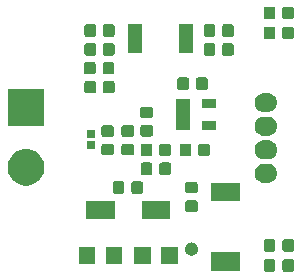
<source format=gts>
G04 #@! TF.GenerationSoftware,KiCad,Pcbnew,(5.1.2)-1*
G04 #@! TF.CreationDate,2021-06-05T09:35:00+09:00*
G04 #@! TF.ProjectId,cs,63732e6b-6963-4616-945f-706362585858,v3.3*
G04 #@! TF.SameCoordinates,Original*
G04 #@! TF.FileFunction,Soldermask,Top*
G04 #@! TF.FilePolarity,Negative*
%FSLAX46Y46*%
G04 Gerber Fmt 4.6, Leading zero omitted, Abs format (unit mm)*
G04 Created by KiCad (PCBNEW (5.1.2)-1) date 2021-06-05 09:35:00*
%MOMM*%
%LPD*%
G04 APERTURE LIST*
%ADD10C,0.100000*%
G04 APERTURE END LIST*
D10*
G36*
X130429591Y-86778085D02*
G01*
X130463569Y-86788393D01*
X130494890Y-86805134D01*
X130522339Y-86827661D01*
X130544866Y-86855110D01*
X130561607Y-86886431D01*
X130571915Y-86920409D01*
X130576000Y-86961890D01*
X130576000Y-87638110D01*
X130571915Y-87679591D01*
X130561607Y-87713569D01*
X130544866Y-87744890D01*
X130522339Y-87772339D01*
X130494890Y-87794866D01*
X130463569Y-87811607D01*
X130429591Y-87821915D01*
X130388110Y-87826000D01*
X129786890Y-87826000D01*
X129745409Y-87821915D01*
X129711431Y-87811607D01*
X129680110Y-87794866D01*
X129652661Y-87772339D01*
X129630134Y-87744890D01*
X129613393Y-87713569D01*
X129603085Y-87679591D01*
X129599000Y-87638110D01*
X129599000Y-86961890D01*
X129603085Y-86920409D01*
X129613393Y-86886431D01*
X129630134Y-86855110D01*
X129652661Y-86827661D01*
X129680110Y-86805134D01*
X129711431Y-86788393D01*
X129745409Y-86778085D01*
X129786890Y-86774000D01*
X130388110Y-86774000D01*
X130429591Y-86778085D01*
X130429591Y-86778085D01*
G37*
G36*
X128854591Y-86778085D02*
G01*
X128888569Y-86788393D01*
X128919890Y-86805134D01*
X128947339Y-86827661D01*
X128969866Y-86855110D01*
X128986607Y-86886431D01*
X128996915Y-86920409D01*
X129001000Y-86961890D01*
X129001000Y-87638110D01*
X128996915Y-87679591D01*
X128986607Y-87713569D01*
X128969866Y-87744890D01*
X128947339Y-87772339D01*
X128919890Y-87794866D01*
X128888569Y-87811607D01*
X128854591Y-87821915D01*
X128813110Y-87826000D01*
X128211890Y-87826000D01*
X128170409Y-87821915D01*
X128136431Y-87811607D01*
X128105110Y-87794866D01*
X128077661Y-87772339D01*
X128055134Y-87744890D01*
X128038393Y-87713569D01*
X128028085Y-87679591D01*
X128024000Y-87638110D01*
X128024000Y-86961890D01*
X128028085Y-86920409D01*
X128038393Y-86886431D01*
X128055134Y-86855110D01*
X128077661Y-86827661D01*
X128105110Y-86805134D01*
X128136431Y-86788393D01*
X128170409Y-86778085D01*
X128211890Y-86774000D01*
X128813110Y-86774000D01*
X128854591Y-86778085D01*
X128854591Y-86778085D01*
G37*
G36*
X126051000Y-87726000D02*
G01*
X123549000Y-87726000D01*
X123549000Y-86174000D01*
X126051000Y-86174000D01*
X126051000Y-87726000D01*
X126051000Y-87726000D01*
G37*
G36*
X120748050Y-87200550D02*
G01*
X119348110Y-87200550D01*
X119348110Y-85699010D01*
X120748050Y-85699010D01*
X120748050Y-87200550D01*
X120748050Y-87200550D01*
G37*
G36*
X118451890Y-87200550D02*
G01*
X117051950Y-87200550D01*
X117051950Y-85699010D01*
X118451890Y-85699010D01*
X118451890Y-87200550D01*
X118451890Y-87200550D01*
G37*
G36*
X116048050Y-87198850D02*
G01*
X114648110Y-87198850D01*
X114648110Y-85697310D01*
X116048050Y-85697310D01*
X116048050Y-87198850D01*
X116048050Y-87198850D01*
G37*
G36*
X113751890Y-87198850D02*
G01*
X112351950Y-87198850D01*
X112351950Y-85697310D01*
X113751890Y-85697310D01*
X113751890Y-87198850D01*
X113751890Y-87198850D01*
G37*
G36*
X122060721Y-85370174D02*
G01*
X122160995Y-85411709D01*
X122160996Y-85411710D01*
X122251242Y-85472010D01*
X122327990Y-85548758D01*
X122327991Y-85548760D01*
X122388291Y-85639005D01*
X122429826Y-85739279D01*
X122451000Y-85845730D01*
X122451000Y-85954270D01*
X122429826Y-86060721D01*
X122388291Y-86160995D01*
X122388290Y-86160996D01*
X122327990Y-86251242D01*
X122251242Y-86327990D01*
X122205812Y-86358345D01*
X122160995Y-86388291D01*
X122060721Y-86429826D01*
X121954270Y-86451000D01*
X121845730Y-86451000D01*
X121739279Y-86429826D01*
X121639005Y-86388291D01*
X121594188Y-86358345D01*
X121548758Y-86327990D01*
X121472010Y-86251242D01*
X121411710Y-86160996D01*
X121411709Y-86160995D01*
X121370174Y-86060721D01*
X121349000Y-85954270D01*
X121349000Y-85845730D01*
X121370174Y-85739279D01*
X121411709Y-85639005D01*
X121472009Y-85548760D01*
X121472010Y-85548758D01*
X121548758Y-85472010D01*
X121639004Y-85411710D01*
X121639005Y-85411709D01*
X121739279Y-85370174D01*
X121845730Y-85349000D01*
X121954270Y-85349000D01*
X122060721Y-85370174D01*
X122060721Y-85370174D01*
G37*
G36*
X128854591Y-85078085D02*
G01*
X128888569Y-85088393D01*
X128919890Y-85105134D01*
X128947339Y-85127661D01*
X128969866Y-85155110D01*
X128986607Y-85186431D01*
X128996915Y-85220409D01*
X129001000Y-85261890D01*
X129001000Y-85938110D01*
X128996915Y-85979591D01*
X128986607Y-86013569D01*
X128969866Y-86044890D01*
X128947339Y-86072339D01*
X128919890Y-86094866D01*
X128888569Y-86111607D01*
X128854591Y-86121915D01*
X128813110Y-86126000D01*
X128211890Y-86126000D01*
X128170409Y-86121915D01*
X128136431Y-86111607D01*
X128105110Y-86094866D01*
X128077661Y-86072339D01*
X128055134Y-86044890D01*
X128038393Y-86013569D01*
X128028085Y-85979591D01*
X128024000Y-85938110D01*
X128024000Y-85261890D01*
X128028085Y-85220409D01*
X128038393Y-85186431D01*
X128055134Y-85155110D01*
X128077661Y-85127661D01*
X128105110Y-85105134D01*
X128136431Y-85088393D01*
X128170409Y-85078085D01*
X128211890Y-85074000D01*
X128813110Y-85074000D01*
X128854591Y-85078085D01*
X128854591Y-85078085D01*
G37*
G36*
X130429591Y-85078085D02*
G01*
X130463569Y-85088393D01*
X130494890Y-85105134D01*
X130522339Y-85127661D01*
X130544866Y-85155110D01*
X130561607Y-85186431D01*
X130571915Y-85220409D01*
X130576000Y-85261890D01*
X130576000Y-85938110D01*
X130571915Y-85979591D01*
X130561607Y-86013569D01*
X130544866Y-86044890D01*
X130522339Y-86072339D01*
X130494890Y-86094866D01*
X130463569Y-86111607D01*
X130429591Y-86121915D01*
X130388110Y-86126000D01*
X129786890Y-86126000D01*
X129745409Y-86121915D01*
X129711431Y-86111607D01*
X129680110Y-86094866D01*
X129652661Y-86072339D01*
X129630134Y-86044890D01*
X129613393Y-86013569D01*
X129603085Y-85979591D01*
X129599000Y-85938110D01*
X129599000Y-85261890D01*
X129603085Y-85220409D01*
X129613393Y-85186431D01*
X129630134Y-85155110D01*
X129652661Y-85127661D01*
X129680110Y-85105134D01*
X129711431Y-85088393D01*
X129745409Y-85078085D01*
X129786890Y-85074000D01*
X130388110Y-85074000D01*
X130429591Y-85078085D01*
X130429591Y-85078085D01*
G37*
G36*
X120100350Y-83401980D02*
G01*
X117699650Y-83401980D01*
X117699650Y-81801380D01*
X120100350Y-81801380D01*
X120100350Y-83401980D01*
X120100350Y-83401980D01*
G37*
G36*
X115400350Y-83400280D02*
G01*
X112999650Y-83400280D01*
X112999650Y-81799680D01*
X115400350Y-81799680D01*
X115400350Y-83400280D01*
X115400350Y-83400280D01*
G37*
G36*
X122279591Y-81790585D02*
G01*
X122313569Y-81800893D01*
X122344890Y-81817634D01*
X122372339Y-81840161D01*
X122394866Y-81867610D01*
X122411607Y-81898931D01*
X122421915Y-81932909D01*
X122426000Y-81974390D01*
X122426000Y-82575610D01*
X122421915Y-82617091D01*
X122411607Y-82651069D01*
X122394866Y-82682390D01*
X122372339Y-82709839D01*
X122344890Y-82732366D01*
X122313569Y-82749107D01*
X122279591Y-82759415D01*
X122238110Y-82763500D01*
X121561890Y-82763500D01*
X121520409Y-82759415D01*
X121486431Y-82749107D01*
X121455110Y-82732366D01*
X121427661Y-82709839D01*
X121405134Y-82682390D01*
X121388393Y-82651069D01*
X121378085Y-82617091D01*
X121374000Y-82575610D01*
X121374000Y-81974390D01*
X121378085Y-81932909D01*
X121388393Y-81898931D01*
X121405134Y-81867610D01*
X121427661Y-81840161D01*
X121455110Y-81817634D01*
X121486431Y-81800893D01*
X121520409Y-81790585D01*
X121561890Y-81786500D01*
X122238110Y-81786500D01*
X122279591Y-81790585D01*
X122279591Y-81790585D01*
G37*
G36*
X126051000Y-81826000D02*
G01*
X123549000Y-81826000D01*
X123549000Y-80274000D01*
X126051000Y-80274000D01*
X126051000Y-81826000D01*
X126051000Y-81826000D01*
G37*
G36*
X116066591Y-80178085D02*
G01*
X116100569Y-80188393D01*
X116131890Y-80205134D01*
X116159339Y-80227661D01*
X116181866Y-80255110D01*
X116198607Y-80286431D01*
X116208915Y-80320409D01*
X116213000Y-80361890D01*
X116213000Y-81038110D01*
X116208915Y-81079591D01*
X116198607Y-81113569D01*
X116181866Y-81144890D01*
X116159339Y-81172339D01*
X116131890Y-81194866D01*
X116100569Y-81211607D01*
X116066591Y-81221915D01*
X116025110Y-81226000D01*
X115423890Y-81226000D01*
X115382409Y-81221915D01*
X115348431Y-81211607D01*
X115317110Y-81194866D01*
X115289661Y-81172339D01*
X115267134Y-81144890D01*
X115250393Y-81113569D01*
X115240085Y-81079591D01*
X115236000Y-81038110D01*
X115236000Y-80361890D01*
X115240085Y-80320409D01*
X115250393Y-80286431D01*
X115267134Y-80255110D01*
X115289661Y-80227661D01*
X115317110Y-80205134D01*
X115348431Y-80188393D01*
X115382409Y-80178085D01*
X115423890Y-80174000D01*
X116025110Y-80174000D01*
X116066591Y-80178085D01*
X116066591Y-80178085D01*
G37*
G36*
X117641591Y-80178085D02*
G01*
X117675569Y-80188393D01*
X117706890Y-80205134D01*
X117734339Y-80227661D01*
X117756866Y-80255110D01*
X117773607Y-80286431D01*
X117783915Y-80320409D01*
X117788000Y-80361890D01*
X117788000Y-81038110D01*
X117783915Y-81079591D01*
X117773607Y-81113569D01*
X117756866Y-81144890D01*
X117734339Y-81172339D01*
X117706890Y-81194866D01*
X117675569Y-81211607D01*
X117641591Y-81221915D01*
X117600110Y-81226000D01*
X116998890Y-81226000D01*
X116957409Y-81221915D01*
X116923431Y-81211607D01*
X116892110Y-81194866D01*
X116864661Y-81172339D01*
X116842134Y-81144890D01*
X116825393Y-81113569D01*
X116815085Y-81079591D01*
X116811000Y-81038110D01*
X116811000Y-80361890D01*
X116815085Y-80320409D01*
X116825393Y-80286431D01*
X116842134Y-80255110D01*
X116864661Y-80227661D01*
X116892110Y-80205134D01*
X116923431Y-80188393D01*
X116957409Y-80178085D01*
X116998890Y-80174000D01*
X117600110Y-80174000D01*
X117641591Y-80178085D01*
X117641591Y-80178085D01*
G37*
G36*
X122279591Y-80215585D02*
G01*
X122313569Y-80225893D01*
X122344890Y-80242634D01*
X122372339Y-80265161D01*
X122394866Y-80292610D01*
X122411607Y-80323931D01*
X122421915Y-80357909D01*
X122426000Y-80399390D01*
X122426000Y-81000610D01*
X122421915Y-81042091D01*
X122411607Y-81076069D01*
X122394866Y-81107390D01*
X122372339Y-81134839D01*
X122344890Y-81157366D01*
X122313569Y-81174107D01*
X122279591Y-81184415D01*
X122238110Y-81188500D01*
X121561890Y-81188500D01*
X121520409Y-81184415D01*
X121486431Y-81174107D01*
X121455110Y-81157366D01*
X121427661Y-81134839D01*
X121405134Y-81107390D01*
X121388393Y-81076069D01*
X121378085Y-81042091D01*
X121374000Y-81000610D01*
X121374000Y-80399390D01*
X121378085Y-80357909D01*
X121388393Y-80323931D01*
X121405134Y-80292610D01*
X121427661Y-80265161D01*
X121455110Y-80242634D01*
X121486431Y-80225893D01*
X121520409Y-80215585D01*
X121561890Y-80211500D01*
X122238110Y-80211500D01*
X122279591Y-80215585D01*
X122279591Y-80215585D01*
G37*
G36*
X108124571Y-77443284D02*
G01*
X108352410Y-77488604D01*
X108634674Y-77605521D01*
X108888705Y-77775259D01*
X109104741Y-77991295D01*
X109274479Y-78245326D01*
X109391396Y-78527590D01*
X109411301Y-78627661D01*
X109451000Y-78827239D01*
X109451000Y-79132761D01*
X109440137Y-79187373D01*
X109391396Y-79432410D01*
X109274479Y-79714674D01*
X109104741Y-79968705D01*
X108888705Y-80184741D01*
X108634674Y-80354479D01*
X108352410Y-80471396D01*
X108202585Y-80501198D01*
X108052761Y-80531000D01*
X107747239Y-80531000D01*
X107597415Y-80501198D01*
X107447590Y-80471396D01*
X107165326Y-80354479D01*
X106911295Y-80184741D01*
X106695259Y-79968705D01*
X106525521Y-79714674D01*
X106408604Y-79432410D01*
X106359863Y-79187373D01*
X106349000Y-79132761D01*
X106349000Y-78827239D01*
X106388699Y-78627661D01*
X106408604Y-78527590D01*
X106525521Y-78245326D01*
X106695259Y-77991295D01*
X106911295Y-77775259D01*
X107165326Y-77605521D01*
X107447590Y-77488604D01*
X107675429Y-77443284D01*
X107747239Y-77429000D01*
X108052761Y-77429000D01*
X108124571Y-77443284D01*
X108124571Y-77443284D01*
G37*
G36*
X128417747Y-78690921D02*
G01*
X128497376Y-78698764D01*
X128650627Y-78745252D01*
X128650630Y-78745253D01*
X128791863Y-78820744D01*
X128915659Y-78922341D01*
X129017256Y-79046137D01*
X129092747Y-79187370D01*
X129092748Y-79187373D01*
X129139236Y-79340624D01*
X129154933Y-79500000D01*
X129139236Y-79659376D01*
X129092748Y-79812627D01*
X129092747Y-79812630D01*
X129017256Y-79953863D01*
X128915659Y-80077659D01*
X128791863Y-80179256D01*
X128650630Y-80254747D01*
X128650627Y-80254748D01*
X128497376Y-80301236D01*
X128417747Y-80309079D01*
X128377934Y-80313000D01*
X128022066Y-80313000D01*
X127982253Y-80309079D01*
X127902624Y-80301236D01*
X127749373Y-80254748D01*
X127749370Y-80254747D01*
X127608137Y-80179256D01*
X127484341Y-80077659D01*
X127382744Y-79953863D01*
X127307253Y-79812630D01*
X127307252Y-79812627D01*
X127260764Y-79659376D01*
X127245067Y-79500000D01*
X127260764Y-79340624D01*
X127307252Y-79187373D01*
X127307253Y-79187370D01*
X127382744Y-79046137D01*
X127484341Y-78922341D01*
X127608137Y-78820744D01*
X127749370Y-78745253D01*
X127749373Y-78745252D01*
X127902624Y-78698764D01*
X127982253Y-78690921D01*
X128022066Y-78687000D01*
X128377934Y-78687000D01*
X128417747Y-78690921D01*
X128417747Y-78690921D01*
G37*
G36*
X118442591Y-78578085D02*
G01*
X118476569Y-78588393D01*
X118507890Y-78605134D01*
X118535339Y-78627661D01*
X118557866Y-78655110D01*
X118574607Y-78686431D01*
X118584915Y-78720409D01*
X118589000Y-78761890D01*
X118589000Y-79438110D01*
X118584915Y-79479591D01*
X118574607Y-79513569D01*
X118557866Y-79544890D01*
X118535339Y-79572339D01*
X118507890Y-79594866D01*
X118476569Y-79611607D01*
X118442591Y-79621915D01*
X118401110Y-79626000D01*
X117799890Y-79626000D01*
X117758409Y-79621915D01*
X117724431Y-79611607D01*
X117693110Y-79594866D01*
X117665661Y-79572339D01*
X117643134Y-79544890D01*
X117626393Y-79513569D01*
X117616085Y-79479591D01*
X117612000Y-79438110D01*
X117612000Y-78761890D01*
X117616085Y-78720409D01*
X117626393Y-78686431D01*
X117643134Y-78655110D01*
X117665661Y-78627661D01*
X117693110Y-78605134D01*
X117724431Y-78588393D01*
X117758409Y-78578085D01*
X117799890Y-78574000D01*
X118401110Y-78574000D01*
X118442591Y-78578085D01*
X118442591Y-78578085D01*
G37*
G36*
X120017591Y-78578085D02*
G01*
X120051569Y-78588393D01*
X120082890Y-78605134D01*
X120110339Y-78627661D01*
X120132866Y-78655110D01*
X120149607Y-78686431D01*
X120159915Y-78720409D01*
X120164000Y-78761890D01*
X120164000Y-79438110D01*
X120159915Y-79479591D01*
X120149607Y-79513569D01*
X120132866Y-79544890D01*
X120110339Y-79572339D01*
X120082890Y-79594866D01*
X120051569Y-79611607D01*
X120017591Y-79621915D01*
X119976110Y-79626000D01*
X119374890Y-79626000D01*
X119333409Y-79621915D01*
X119299431Y-79611607D01*
X119268110Y-79594866D01*
X119240661Y-79572339D01*
X119218134Y-79544890D01*
X119201393Y-79513569D01*
X119191085Y-79479591D01*
X119187000Y-79438110D01*
X119187000Y-78761890D01*
X119191085Y-78720409D01*
X119201393Y-78686431D01*
X119218134Y-78655110D01*
X119240661Y-78627661D01*
X119268110Y-78605134D01*
X119299431Y-78588393D01*
X119333409Y-78578085D01*
X119374890Y-78574000D01*
X119976110Y-78574000D01*
X120017591Y-78578085D01*
X120017591Y-78578085D01*
G37*
G36*
X128417747Y-76690921D02*
G01*
X128497376Y-76698764D01*
X128650627Y-76745252D01*
X128650630Y-76745253D01*
X128791863Y-76820744D01*
X128915659Y-76922341D01*
X129017256Y-77046137D01*
X129092747Y-77187370D01*
X129092748Y-77187373D01*
X129139236Y-77340624D01*
X129154933Y-77500000D01*
X129139236Y-77659376D01*
X129104083Y-77775259D01*
X129092747Y-77812630D01*
X129017256Y-77953863D01*
X128915659Y-78077659D01*
X128791863Y-78179256D01*
X128650630Y-78254747D01*
X128650627Y-78254748D01*
X128497376Y-78301236D01*
X128417747Y-78309079D01*
X128377934Y-78313000D01*
X128022066Y-78313000D01*
X127982253Y-78309079D01*
X127902624Y-78301236D01*
X127749373Y-78254748D01*
X127749370Y-78254747D01*
X127608137Y-78179256D01*
X127484341Y-78077659D01*
X127382744Y-77953863D01*
X127307253Y-77812630D01*
X127295917Y-77775259D01*
X127260764Y-77659376D01*
X127245067Y-77500000D01*
X127260764Y-77340624D01*
X127307252Y-77187373D01*
X127307253Y-77187370D01*
X127382744Y-77046137D01*
X127484341Y-76922341D01*
X127608137Y-76820744D01*
X127749370Y-76745253D01*
X127749373Y-76745252D01*
X127902624Y-76698764D01*
X127982253Y-76690921D01*
X128022066Y-76687000D01*
X128377934Y-76687000D01*
X128417747Y-76690921D01*
X128417747Y-76690921D01*
G37*
G36*
X120017591Y-76978085D02*
G01*
X120051569Y-76988393D01*
X120082890Y-77005134D01*
X120110339Y-77027661D01*
X120132866Y-77055110D01*
X120149607Y-77086431D01*
X120159915Y-77120409D01*
X120164000Y-77161890D01*
X120164000Y-77838110D01*
X120159915Y-77879591D01*
X120149607Y-77913569D01*
X120132866Y-77944890D01*
X120110339Y-77972339D01*
X120082890Y-77994866D01*
X120051569Y-78011607D01*
X120017591Y-78021915D01*
X119976110Y-78026000D01*
X119374890Y-78026000D01*
X119333409Y-78021915D01*
X119299431Y-78011607D01*
X119268110Y-77994866D01*
X119240661Y-77972339D01*
X119218134Y-77944890D01*
X119201393Y-77913569D01*
X119191085Y-77879591D01*
X119187000Y-77838110D01*
X119187000Y-77161890D01*
X119191085Y-77120409D01*
X119201393Y-77086431D01*
X119218134Y-77055110D01*
X119240661Y-77027661D01*
X119268110Y-77005134D01*
X119299431Y-76988393D01*
X119333409Y-76978085D01*
X119374890Y-76974000D01*
X119976110Y-76974000D01*
X120017591Y-76978085D01*
X120017591Y-76978085D01*
G37*
G36*
X121742591Y-76978085D02*
G01*
X121776569Y-76988393D01*
X121807890Y-77005134D01*
X121835339Y-77027661D01*
X121857866Y-77055110D01*
X121874607Y-77086431D01*
X121884915Y-77120409D01*
X121889000Y-77161890D01*
X121889000Y-77838110D01*
X121884915Y-77879591D01*
X121874607Y-77913569D01*
X121857866Y-77944890D01*
X121835339Y-77972339D01*
X121807890Y-77994866D01*
X121776569Y-78011607D01*
X121742591Y-78021915D01*
X121701110Y-78026000D01*
X121099890Y-78026000D01*
X121058409Y-78021915D01*
X121024431Y-78011607D01*
X120993110Y-77994866D01*
X120965661Y-77972339D01*
X120943134Y-77944890D01*
X120926393Y-77913569D01*
X120916085Y-77879591D01*
X120912000Y-77838110D01*
X120912000Y-77161890D01*
X120916085Y-77120409D01*
X120926393Y-77086431D01*
X120943134Y-77055110D01*
X120965661Y-77027661D01*
X120993110Y-77005134D01*
X121024431Y-76988393D01*
X121058409Y-76978085D01*
X121099890Y-76974000D01*
X121701110Y-76974000D01*
X121742591Y-76978085D01*
X121742591Y-76978085D01*
G37*
G36*
X123317591Y-76978085D02*
G01*
X123351569Y-76988393D01*
X123382890Y-77005134D01*
X123410339Y-77027661D01*
X123432866Y-77055110D01*
X123449607Y-77086431D01*
X123459915Y-77120409D01*
X123464000Y-77161890D01*
X123464000Y-77838110D01*
X123459915Y-77879591D01*
X123449607Y-77913569D01*
X123432866Y-77944890D01*
X123410339Y-77972339D01*
X123382890Y-77994866D01*
X123351569Y-78011607D01*
X123317591Y-78021915D01*
X123276110Y-78026000D01*
X122674890Y-78026000D01*
X122633409Y-78021915D01*
X122599431Y-78011607D01*
X122568110Y-77994866D01*
X122540661Y-77972339D01*
X122518134Y-77944890D01*
X122501393Y-77913569D01*
X122491085Y-77879591D01*
X122487000Y-77838110D01*
X122487000Y-77161890D01*
X122491085Y-77120409D01*
X122501393Y-77086431D01*
X122518134Y-77055110D01*
X122540661Y-77027661D01*
X122568110Y-77005134D01*
X122599431Y-76988393D01*
X122633409Y-76978085D01*
X122674890Y-76974000D01*
X123276110Y-76974000D01*
X123317591Y-76978085D01*
X123317591Y-76978085D01*
G37*
G36*
X118442591Y-76978085D02*
G01*
X118476569Y-76988393D01*
X118507890Y-77005134D01*
X118535339Y-77027661D01*
X118557866Y-77055110D01*
X118574607Y-77086431D01*
X118584915Y-77120409D01*
X118589000Y-77161890D01*
X118589000Y-77838110D01*
X118584915Y-77879591D01*
X118574607Y-77913569D01*
X118557866Y-77944890D01*
X118535339Y-77972339D01*
X118507890Y-77994866D01*
X118476569Y-78011607D01*
X118442591Y-78021915D01*
X118401110Y-78026000D01*
X117799890Y-78026000D01*
X117758409Y-78021915D01*
X117724431Y-78011607D01*
X117693110Y-77994866D01*
X117665661Y-77972339D01*
X117643134Y-77944890D01*
X117626393Y-77913569D01*
X117616085Y-77879591D01*
X117612000Y-77838110D01*
X117612000Y-77161890D01*
X117616085Y-77120409D01*
X117626393Y-77086431D01*
X117643134Y-77055110D01*
X117665661Y-77027661D01*
X117693110Y-77005134D01*
X117724431Y-76988393D01*
X117758409Y-76978085D01*
X117799890Y-76974000D01*
X118401110Y-76974000D01*
X118442591Y-76978085D01*
X118442591Y-76978085D01*
G37*
G36*
X115179591Y-77003085D02*
G01*
X115213569Y-77013393D01*
X115244890Y-77030134D01*
X115272339Y-77052661D01*
X115294866Y-77080110D01*
X115311607Y-77111431D01*
X115321915Y-77145409D01*
X115326000Y-77186890D01*
X115326000Y-77788110D01*
X115321915Y-77829591D01*
X115311607Y-77863569D01*
X115294866Y-77894890D01*
X115272339Y-77922339D01*
X115244890Y-77944866D01*
X115213569Y-77961607D01*
X115179591Y-77971915D01*
X115138110Y-77976000D01*
X114461890Y-77976000D01*
X114420409Y-77971915D01*
X114386431Y-77961607D01*
X114355110Y-77944866D01*
X114327661Y-77922339D01*
X114305134Y-77894890D01*
X114288393Y-77863569D01*
X114278085Y-77829591D01*
X114274000Y-77788110D01*
X114274000Y-77186890D01*
X114278085Y-77145409D01*
X114288393Y-77111431D01*
X114305134Y-77080110D01*
X114327661Y-77052661D01*
X114355110Y-77030134D01*
X114386431Y-77013393D01*
X114420409Y-77003085D01*
X114461890Y-76999000D01*
X115138110Y-76999000D01*
X115179591Y-77003085D01*
X115179591Y-77003085D01*
G37*
G36*
X116879591Y-77003085D02*
G01*
X116913569Y-77013393D01*
X116944890Y-77030134D01*
X116972339Y-77052661D01*
X116994866Y-77080110D01*
X117011607Y-77111431D01*
X117021915Y-77145409D01*
X117026000Y-77186890D01*
X117026000Y-77788110D01*
X117021915Y-77829591D01*
X117011607Y-77863569D01*
X116994866Y-77894890D01*
X116972339Y-77922339D01*
X116944890Y-77944866D01*
X116913569Y-77961607D01*
X116879591Y-77971915D01*
X116838110Y-77976000D01*
X116161890Y-77976000D01*
X116120409Y-77971915D01*
X116086431Y-77961607D01*
X116055110Y-77944866D01*
X116027661Y-77922339D01*
X116005134Y-77894890D01*
X115988393Y-77863569D01*
X115978085Y-77829591D01*
X115974000Y-77788110D01*
X115974000Y-77186890D01*
X115978085Y-77145409D01*
X115988393Y-77111431D01*
X116005134Y-77080110D01*
X116027661Y-77052661D01*
X116055110Y-77030134D01*
X116086431Y-77013393D01*
X116120409Y-77003085D01*
X116161890Y-76999000D01*
X116838110Y-76999000D01*
X116879591Y-77003085D01*
X116879591Y-77003085D01*
G37*
G36*
X113681938Y-76756716D02*
G01*
X113702557Y-76762971D01*
X113721553Y-76773124D01*
X113738208Y-76786792D01*
X113751876Y-76803447D01*
X113762029Y-76822443D01*
X113768284Y-76843062D01*
X113771000Y-76870640D01*
X113771000Y-77329360D01*
X113768284Y-77356938D01*
X113762029Y-77377557D01*
X113751876Y-77396553D01*
X113738208Y-77413208D01*
X113721553Y-77426876D01*
X113702557Y-77437029D01*
X113681938Y-77443284D01*
X113654360Y-77446000D01*
X113145640Y-77446000D01*
X113118062Y-77443284D01*
X113097443Y-77437029D01*
X113078447Y-77426876D01*
X113061792Y-77413208D01*
X113048124Y-77396553D01*
X113037971Y-77377557D01*
X113031716Y-77356938D01*
X113029000Y-77329360D01*
X113029000Y-76870640D01*
X113031716Y-76843062D01*
X113037971Y-76822443D01*
X113048124Y-76803447D01*
X113061792Y-76786792D01*
X113078447Y-76773124D01*
X113097443Y-76762971D01*
X113118062Y-76756716D01*
X113145640Y-76754000D01*
X113654360Y-76754000D01*
X113681938Y-76756716D01*
X113681938Y-76756716D01*
G37*
G36*
X113681938Y-75786716D02*
G01*
X113702557Y-75792971D01*
X113721553Y-75803124D01*
X113738208Y-75816792D01*
X113751876Y-75833447D01*
X113762029Y-75852443D01*
X113768284Y-75873062D01*
X113771000Y-75900640D01*
X113771000Y-76359360D01*
X113768284Y-76386938D01*
X113762029Y-76407557D01*
X113751876Y-76426553D01*
X113738208Y-76443208D01*
X113721553Y-76456876D01*
X113702557Y-76467029D01*
X113681938Y-76473284D01*
X113654360Y-76476000D01*
X113145640Y-76476000D01*
X113118062Y-76473284D01*
X113097443Y-76467029D01*
X113078447Y-76456876D01*
X113061792Y-76443208D01*
X113048124Y-76426553D01*
X113037971Y-76407557D01*
X113031716Y-76386938D01*
X113029000Y-76359360D01*
X113029000Y-75900640D01*
X113031716Y-75873062D01*
X113037971Y-75852443D01*
X113048124Y-75833447D01*
X113061792Y-75816792D01*
X113078447Y-75803124D01*
X113097443Y-75792971D01*
X113118062Y-75786716D01*
X113145640Y-75784000D01*
X113654360Y-75784000D01*
X113681938Y-75786716D01*
X113681938Y-75786716D01*
G37*
G36*
X116879591Y-75428085D02*
G01*
X116913569Y-75438393D01*
X116944890Y-75455134D01*
X116972339Y-75477661D01*
X116994866Y-75505110D01*
X117011607Y-75536431D01*
X117021915Y-75570409D01*
X117026000Y-75611890D01*
X117026000Y-76213110D01*
X117021915Y-76254591D01*
X117011607Y-76288569D01*
X116994866Y-76319890D01*
X116972339Y-76347339D01*
X116944890Y-76369866D01*
X116913569Y-76386607D01*
X116879591Y-76396915D01*
X116838110Y-76401000D01*
X116161890Y-76401000D01*
X116120409Y-76396915D01*
X116086431Y-76386607D01*
X116055110Y-76369866D01*
X116027661Y-76347339D01*
X116005134Y-76319890D01*
X115988393Y-76288569D01*
X115978085Y-76254591D01*
X115974000Y-76213110D01*
X115974000Y-75611890D01*
X115978085Y-75570409D01*
X115988393Y-75536431D01*
X116005134Y-75505110D01*
X116027661Y-75477661D01*
X116055110Y-75455134D01*
X116086431Y-75438393D01*
X116120409Y-75428085D01*
X116161890Y-75424000D01*
X116838110Y-75424000D01*
X116879591Y-75428085D01*
X116879591Y-75428085D01*
G37*
G36*
X115179591Y-75428085D02*
G01*
X115213569Y-75438393D01*
X115244890Y-75455134D01*
X115272339Y-75477661D01*
X115294866Y-75505110D01*
X115311607Y-75536431D01*
X115321915Y-75570409D01*
X115326000Y-75611890D01*
X115326000Y-76213110D01*
X115321915Y-76254591D01*
X115311607Y-76288569D01*
X115294866Y-76319890D01*
X115272339Y-76347339D01*
X115244890Y-76369866D01*
X115213569Y-76386607D01*
X115179591Y-76396915D01*
X115138110Y-76401000D01*
X114461890Y-76401000D01*
X114420409Y-76396915D01*
X114386431Y-76386607D01*
X114355110Y-76369866D01*
X114327661Y-76347339D01*
X114305134Y-76319890D01*
X114288393Y-76288569D01*
X114278085Y-76254591D01*
X114274000Y-76213110D01*
X114274000Y-75611890D01*
X114278085Y-75570409D01*
X114288393Y-75536431D01*
X114305134Y-75505110D01*
X114327661Y-75477661D01*
X114355110Y-75455134D01*
X114386431Y-75438393D01*
X114420409Y-75428085D01*
X114461890Y-75424000D01*
X115138110Y-75424000D01*
X115179591Y-75428085D01*
X115179591Y-75428085D01*
G37*
G36*
X118479591Y-75415585D02*
G01*
X118513569Y-75425893D01*
X118544890Y-75442634D01*
X118572339Y-75465161D01*
X118594866Y-75492610D01*
X118611607Y-75523931D01*
X118621915Y-75557909D01*
X118626000Y-75599390D01*
X118626000Y-76200610D01*
X118621915Y-76242091D01*
X118611607Y-76276069D01*
X118594866Y-76307390D01*
X118572339Y-76334839D01*
X118544890Y-76357366D01*
X118513569Y-76374107D01*
X118479591Y-76384415D01*
X118438110Y-76388500D01*
X117761890Y-76388500D01*
X117720409Y-76384415D01*
X117686431Y-76374107D01*
X117655110Y-76357366D01*
X117627661Y-76334839D01*
X117605134Y-76307390D01*
X117588393Y-76276069D01*
X117578085Y-76242091D01*
X117574000Y-76200610D01*
X117574000Y-75599390D01*
X117578085Y-75557909D01*
X117588393Y-75523931D01*
X117605134Y-75492610D01*
X117627661Y-75465161D01*
X117655110Y-75442634D01*
X117686431Y-75425893D01*
X117720409Y-75415585D01*
X117761890Y-75411500D01*
X118438110Y-75411500D01*
X118479591Y-75415585D01*
X118479591Y-75415585D01*
G37*
G36*
X128417747Y-74690921D02*
G01*
X128497376Y-74698764D01*
X128639778Y-74741961D01*
X128650630Y-74745253D01*
X128791863Y-74820744D01*
X128915659Y-74922341D01*
X129017256Y-75046137D01*
X129092747Y-75187370D01*
X129092748Y-75187373D01*
X129139236Y-75340624D01*
X129154933Y-75500000D01*
X129139236Y-75659376D01*
X129097437Y-75797169D01*
X129092747Y-75812630D01*
X129017256Y-75953863D01*
X128915659Y-76077659D01*
X128791863Y-76179256D01*
X128650630Y-76254747D01*
X128650627Y-76254748D01*
X128497376Y-76301236D01*
X128417747Y-76309079D01*
X128377934Y-76313000D01*
X128022066Y-76313000D01*
X127982253Y-76309079D01*
X127902624Y-76301236D01*
X127749373Y-76254748D01*
X127749370Y-76254747D01*
X127608137Y-76179256D01*
X127484341Y-76077659D01*
X127382744Y-75953863D01*
X127307253Y-75812630D01*
X127302563Y-75797169D01*
X127260764Y-75659376D01*
X127245067Y-75500000D01*
X127260764Y-75340624D01*
X127307252Y-75187373D01*
X127307253Y-75187370D01*
X127382744Y-75046137D01*
X127484341Y-74922341D01*
X127608137Y-74820744D01*
X127749370Y-74745253D01*
X127760222Y-74741961D01*
X127902624Y-74698764D01*
X127982253Y-74690921D01*
X128022066Y-74687000D01*
X128377934Y-74687000D01*
X128417747Y-74690921D01*
X128417747Y-74690921D01*
G37*
G36*
X121781000Y-75826000D02*
G01*
X120619000Y-75826000D01*
X120619000Y-73174000D01*
X121781000Y-73174000D01*
X121781000Y-75826000D01*
X121781000Y-75826000D01*
G37*
G36*
X123981000Y-75826000D02*
G01*
X122819000Y-75826000D01*
X122819000Y-75074000D01*
X123981000Y-75074000D01*
X123981000Y-75826000D01*
X123981000Y-75826000D01*
G37*
G36*
X109451000Y-75451000D02*
G01*
X106349000Y-75451000D01*
X106349000Y-72349000D01*
X109451000Y-72349000D01*
X109451000Y-75451000D01*
X109451000Y-75451000D01*
G37*
G36*
X118479591Y-73840585D02*
G01*
X118513569Y-73850893D01*
X118544890Y-73867634D01*
X118572339Y-73890161D01*
X118594866Y-73917610D01*
X118611607Y-73948931D01*
X118621915Y-73982909D01*
X118626000Y-74024390D01*
X118626000Y-74625610D01*
X118621915Y-74667091D01*
X118611607Y-74701069D01*
X118594866Y-74732390D01*
X118572339Y-74759839D01*
X118544890Y-74782366D01*
X118513569Y-74799107D01*
X118479591Y-74809415D01*
X118438110Y-74813500D01*
X117761890Y-74813500D01*
X117720409Y-74809415D01*
X117686431Y-74799107D01*
X117655110Y-74782366D01*
X117627661Y-74759839D01*
X117605134Y-74732390D01*
X117588393Y-74701069D01*
X117578085Y-74667091D01*
X117574000Y-74625610D01*
X117574000Y-74024390D01*
X117578085Y-73982909D01*
X117588393Y-73948931D01*
X117605134Y-73917610D01*
X117627661Y-73890161D01*
X117655110Y-73867634D01*
X117686431Y-73850893D01*
X117720409Y-73840585D01*
X117761890Y-73836500D01*
X118438110Y-73836500D01*
X118479591Y-73840585D01*
X118479591Y-73840585D01*
G37*
G36*
X128417747Y-72690921D02*
G01*
X128497376Y-72698764D01*
X128650627Y-72745252D01*
X128650630Y-72745253D01*
X128791863Y-72820744D01*
X128915659Y-72922341D01*
X129017256Y-73046137D01*
X129092747Y-73187370D01*
X129092748Y-73187373D01*
X129139236Y-73340624D01*
X129154933Y-73500000D01*
X129139236Y-73659376D01*
X129092748Y-73812627D01*
X129092747Y-73812630D01*
X129017256Y-73953863D01*
X128915659Y-74077659D01*
X128791863Y-74179256D01*
X128650630Y-74254747D01*
X128650627Y-74254748D01*
X128497376Y-74301236D01*
X128417747Y-74309079D01*
X128377934Y-74313000D01*
X128022066Y-74313000D01*
X127982253Y-74309079D01*
X127902624Y-74301236D01*
X127749373Y-74254748D01*
X127749370Y-74254747D01*
X127608137Y-74179256D01*
X127484341Y-74077659D01*
X127382744Y-73953863D01*
X127307253Y-73812630D01*
X127307252Y-73812627D01*
X127260764Y-73659376D01*
X127245067Y-73500000D01*
X127260764Y-73340624D01*
X127307252Y-73187373D01*
X127307253Y-73187370D01*
X127382744Y-73046137D01*
X127484341Y-72922341D01*
X127608137Y-72820744D01*
X127749370Y-72745253D01*
X127749373Y-72745252D01*
X127902624Y-72698764D01*
X127982253Y-72690921D01*
X128022066Y-72687000D01*
X128377934Y-72687000D01*
X128417747Y-72690921D01*
X128417747Y-72690921D01*
G37*
G36*
X123981000Y-73926000D02*
G01*
X122819000Y-73926000D01*
X122819000Y-73174000D01*
X123981000Y-73174000D01*
X123981000Y-73926000D01*
X123981000Y-73926000D01*
G37*
G36*
X115241591Y-71678085D02*
G01*
X115275569Y-71688393D01*
X115306890Y-71705134D01*
X115334339Y-71727661D01*
X115356866Y-71755110D01*
X115373607Y-71786431D01*
X115383915Y-71820409D01*
X115388000Y-71861890D01*
X115388000Y-72538110D01*
X115383915Y-72579591D01*
X115373607Y-72613569D01*
X115356866Y-72644890D01*
X115334339Y-72672339D01*
X115306890Y-72694866D01*
X115275569Y-72711607D01*
X115241591Y-72721915D01*
X115200110Y-72726000D01*
X114598890Y-72726000D01*
X114557409Y-72721915D01*
X114523431Y-72711607D01*
X114492110Y-72694866D01*
X114464661Y-72672339D01*
X114442134Y-72644890D01*
X114425393Y-72613569D01*
X114415085Y-72579591D01*
X114411000Y-72538110D01*
X114411000Y-71861890D01*
X114415085Y-71820409D01*
X114425393Y-71786431D01*
X114442134Y-71755110D01*
X114464661Y-71727661D01*
X114492110Y-71705134D01*
X114523431Y-71688393D01*
X114557409Y-71678085D01*
X114598890Y-71674000D01*
X115200110Y-71674000D01*
X115241591Y-71678085D01*
X115241591Y-71678085D01*
G37*
G36*
X113666591Y-71678085D02*
G01*
X113700569Y-71688393D01*
X113731890Y-71705134D01*
X113759339Y-71727661D01*
X113781866Y-71755110D01*
X113798607Y-71786431D01*
X113808915Y-71820409D01*
X113813000Y-71861890D01*
X113813000Y-72538110D01*
X113808915Y-72579591D01*
X113798607Y-72613569D01*
X113781866Y-72644890D01*
X113759339Y-72672339D01*
X113731890Y-72694866D01*
X113700569Y-72711607D01*
X113666591Y-72721915D01*
X113625110Y-72726000D01*
X113023890Y-72726000D01*
X112982409Y-72721915D01*
X112948431Y-72711607D01*
X112917110Y-72694866D01*
X112889661Y-72672339D01*
X112867134Y-72644890D01*
X112850393Y-72613569D01*
X112840085Y-72579591D01*
X112836000Y-72538110D01*
X112836000Y-71861890D01*
X112840085Y-71820409D01*
X112850393Y-71786431D01*
X112867134Y-71755110D01*
X112889661Y-71727661D01*
X112917110Y-71705134D01*
X112948431Y-71688393D01*
X112982409Y-71678085D01*
X113023890Y-71674000D01*
X113625110Y-71674000D01*
X113666591Y-71678085D01*
X113666591Y-71678085D01*
G37*
G36*
X121542591Y-71378085D02*
G01*
X121576569Y-71388393D01*
X121607890Y-71405134D01*
X121635339Y-71427661D01*
X121657866Y-71455110D01*
X121674607Y-71486431D01*
X121684915Y-71520409D01*
X121689000Y-71561890D01*
X121689000Y-72238110D01*
X121684915Y-72279591D01*
X121674607Y-72313569D01*
X121657866Y-72344890D01*
X121635339Y-72372339D01*
X121607890Y-72394866D01*
X121576569Y-72411607D01*
X121542591Y-72421915D01*
X121501110Y-72426000D01*
X120899890Y-72426000D01*
X120858409Y-72421915D01*
X120824431Y-72411607D01*
X120793110Y-72394866D01*
X120765661Y-72372339D01*
X120743134Y-72344890D01*
X120726393Y-72313569D01*
X120716085Y-72279591D01*
X120712000Y-72238110D01*
X120712000Y-71561890D01*
X120716085Y-71520409D01*
X120726393Y-71486431D01*
X120743134Y-71455110D01*
X120765661Y-71427661D01*
X120793110Y-71405134D01*
X120824431Y-71388393D01*
X120858409Y-71378085D01*
X120899890Y-71374000D01*
X121501110Y-71374000D01*
X121542591Y-71378085D01*
X121542591Y-71378085D01*
G37*
G36*
X123117591Y-71378085D02*
G01*
X123151569Y-71388393D01*
X123182890Y-71405134D01*
X123210339Y-71427661D01*
X123232866Y-71455110D01*
X123249607Y-71486431D01*
X123259915Y-71520409D01*
X123264000Y-71561890D01*
X123264000Y-72238110D01*
X123259915Y-72279591D01*
X123249607Y-72313569D01*
X123232866Y-72344890D01*
X123210339Y-72372339D01*
X123182890Y-72394866D01*
X123151569Y-72411607D01*
X123117591Y-72421915D01*
X123076110Y-72426000D01*
X122474890Y-72426000D01*
X122433409Y-72421915D01*
X122399431Y-72411607D01*
X122368110Y-72394866D01*
X122340661Y-72372339D01*
X122318134Y-72344890D01*
X122301393Y-72313569D01*
X122291085Y-72279591D01*
X122287000Y-72238110D01*
X122287000Y-71561890D01*
X122291085Y-71520409D01*
X122301393Y-71486431D01*
X122318134Y-71455110D01*
X122340661Y-71427661D01*
X122368110Y-71405134D01*
X122399431Y-71388393D01*
X122433409Y-71378085D01*
X122474890Y-71374000D01*
X123076110Y-71374000D01*
X123117591Y-71378085D01*
X123117591Y-71378085D01*
G37*
G36*
X115217591Y-70078085D02*
G01*
X115251569Y-70088393D01*
X115282890Y-70105134D01*
X115310339Y-70127661D01*
X115332866Y-70155110D01*
X115349607Y-70186431D01*
X115359915Y-70220409D01*
X115364000Y-70261890D01*
X115364000Y-70938110D01*
X115359915Y-70979591D01*
X115349607Y-71013569D01*
X115332866Y-71044890D01*
X115310339Y-71072339D01*
X115282890Y-71094866D01*
X115251569Y-71111607D01*
X115217591Y-71121915D01*
X115176110Y-71126000D01*
X114574890Y-71126000D01*
X114533409Y-71121915D01*
X114499431Y-71111607D01*
X114468110Y-71094866D01*
X114440661Y-71072339D01*
X114418134Y-71044890D01*
X114401393Y-71013569D01*
X114391085Y-70979591D01*
X114387000Y-70938110D01*
X114387000Y-70261890D01*
X114391085Y-70220409D01*
X114401393Y-70186431D01*
X114418134Y-70155110D01*
X114440661Y-70127661D01*
X114468110Y-70105134D01*
X114499431Y-70088393D01*
X114533409Y-70078085D01*
X114574890Y-70074000D01*
X115176110Y-70074000D01*
X115217591Y-70078085D01*
X115217591Y-70078085D01*
G37*
G36*
X113642591Y-70078085D02*
G01*
X113676569Y-70088393D01*
X113707890Y-70105134D01*
X113735339Y-70127661D01*
X113757866Y-70155110D01*
X113774607Y-70186431D01*
X113784915Y-70220409D01*
X113789000Y-70261890D01*
X113789000Y-70938110D01*
X113784915Y-70979591D01*
X113774607Y-71013569D01*
X113757866Y-71044890D01*
X113735339Y-71072339D01*
X113707890Y-71094866D01*
X113676569Y-71111607D01*
X113642591Y-71121915D01*
X113601110Y-71126000D01*
X112999890Y-71126000D01*
X112958409Y-71121915D01*
X112924431Y-71111607D01*
X112893110Y-71094866D01*
X112865661Y-71072339D01*
X112843134Y-71044890D01*
X112826393Y-71013569D01*
X112816085Y-70979591D01*
X112812000Y-70938110D01*
X112812000Y-70261890D01*
X112816085Y-70220409D01*
X112826393Y-70186431D01*
X112843134Y-70155110D01*
X112865661Y-70127661D01*
X112893110Y-70105134D01*
X112924431Y-70088393D01*
X112958409Y-70078085D01*
X112999890Y-70074000D01*
X113601110Y-70074000D01*
X113642591Y-70078085D01*
X113642591Y-70078085D01*
G37*
G36*
X123754591Y-68478085D02*
G01*
X123788569Y-68488393D01*
X123819890Y-68505134D01*
X123847339Y-68527661D01*
X123869866Y-68555110D01*
X123886607Y-68586431D01*
X123896915Y-68620409D01*
X123901000Y-68661890D01*
X123901000Y-69338110D01*
X123896915Y-69379591D01*
X123886607Y-69413569D01*
X123869866Y-69444890D01*
X123847339Y-69472339D01*
X123819890Y-69494866D01*
X123788569Y-69511607D01*
X123754591Y-69521915D01*
X123713110Y-69526000D01*
X123111890Y-69526000D01*
X123070409Y-69521915D01*
X123036431Y-69511607D01*
X123005110Y-69494866D01*
X122977661Y-69472339D01*
X122955134Y-69444890D01*
X122938393Y-69413569D01*
X122928085Y-69379591D01*
X122924000Y-69338110D01*
X122924000Y-68661890D01*
X122928085Y-68620409D01*
X122938393Y-68586431D01*
X122955134Y-68555110D01*
X122977661Y-68527661D01*
X123005110Y-68505134D01*
X123036431Y-68488393D01*
X123070409Y-68478085D01*
X123111890Y-68474000D01*
X123713110Y-68474000D01*
X123754591Y-68478085D01*
X123754591Y-68478085D01*
G37*
G36*
X125329591Y-68478085D02*
G01*
X125363569Y-68488393D01*
X125394890Y-68505134D01*
X125422339Y-68527661D01*
X125444866Y-68555110D01*
X125461607Y-68586431D01*
X125471915Y-68620409D01*
X125476000Y-68661890D01*
X125476000Y-69338110D01*
X125471915Y-69379591D01*
X125461607Y-69413569D01*
X125444866Y-69444890D01*
X125422339Y-69472339D01*
X125394890Y-69494866D01*
X125363569Y-69511607D01*
X125329591Y-69521915D01*
X125288110Y-69526000D01*
X124686890Y-69526000D01*
X124645409Y-69521915D01*
X124611431Y-69511607D01*
X124580110Y-69494866D01*
X124552661Y-69472339D01*
X124530134Y-69444890D01*
X124513393Y-69413569D01*
X124503085Y-69379591D01*
X124499000Y-69338110D01*
X124499000Y-68661890D01*
X124503085Y-68620409D01*
X124513393Y-68586431D01*
X124530134Y-68555110D01*
X124552661Y-68527661D01*
X124580110Y-68505134D01*
X124611431Y-68488393D01*
X124645409Y-68478085D01*
X124686890Y-68474000D01*
X125288110Y-68474000D01*
X125329591Y-68478085D01*
X125329591Y-68478085D01*
G37*
G36*
X115241591Y-68478085D02*
G01*
X115275569Y-68488393D01*
X115306890Y-68505134D01*
X115334339Y-68527661D01*
X115356866Y-68555110D01*
X115373607Y-68586431D01*
X115383915Y-68620409D01*
X115388000Y-68661890D01*
X115388000Y-69338110D01*
X115383915Y-69379591D01*
X115373607Y-69413569D01*
X115356866Y-69444890D01*
X115334339Y-69472339D01*
X115306890Y-69494866D01*
X115275569Y-69511607D01*
X115241591Y-69521915D01*
X115200110Y-69526000D01*
X114598890Y-69526000D01*
X114557409Y-69521915D01*
X114523431Y-69511607D01*
X114492110Y-69494866D01*
X114464661Y-69472339D01*
X114442134Y-69444890D01*
X114425393Y-69413569D01*
X114415085Y-69379591D01*
X114411000Y-69338110D01*
X114411000Y-68661890D01*
X114415085Y-68620409D01*
X114425393Y-68586431D01*
X114442134Y-68555110D01*
X114464661Y-68527661D01*
X114492110Y-68505134D01*
X114523431Y-68488393D01*
X114557409Y-68478085D01*
X114598890Y-68474000D01*
X115200110Y-68474000D01*
X115241591Y-68478085D01*
X115241591Y-68478085D01*
G37*
G36*
X113666591Y-68478085D02*
G01*
X113700569Y-68488393D01*
X113731890Y-68505134D01*
X113759339Y-68527661D01*
X113781866Y-68555110D01*
X113798607Y-68586431D01*
X113808915Y-68620409D01*
X113813000Y-68661890D01*
X113813000Y-69338110D01*
X113808915Y-69379591D01*
X113798607Y-69413569D01*
X113781866Y-69444890D01*
X113759339Y-69472339D01*
X113731890Y-69494866D01*
X113700569Y-69511607D01*
X113666591Y-69521915D01*
X113625110Y-69526000D01*
X113023890Y-69526000D01*
X112982409Y-69521915D01*
X112948431Y-69511607D01*
X112917110Y-69494866D01*
X112889661Y-69472339D01*
X112867134Y-69444890D01*
X112850393Y-69413569D01*
X112840085Y-69379591D01*
X112836000Y-69338110D01*
X112836000Y-68661890D01*
X112840085Y-68620409D01*
X112850393Y-68586431D01*
X112867134Y-68555110D01*
X112889661Y-68527661D01*
X112917110Y-68505134D01*
X112948431Y-68488393D01*
X112982409Y-68478085D01*
X113023890Y-68474000D01*
X113625110Y-68474000D01*
X113666591Y-68478085D01*
X113666591Y-68478085D01*
G37*
G36*
X117751000Y-69326000D02*
G01*
X116549000Y-69326000D01*
X116549000Y-66874000D01*
X117751000Y-66874000D01*
X117751000Y-69326000D01*
X117751000Y-69326000D01*
G37*
G36*
X122051000Y-69326000D02*
G01*
X120849000Y-69326000D01*
X120849000Y-66874000D01*
X122051000Y-66874000D01*
X122051000Y-69326000D01*
X122051000Y-69326000D01*
G37*
G36*
X128854591Y-67078085D02*
G01*
X128888569Y-67088393D01*
X128919890Y-67105134D01*
X128947339Y-67127661D01*
X128969866Y-67155110D01*
X128986607Y-67186431D01*
X128996915Y-67220409D01*
X129001000Y-67261890D01*
X129001000Y-67938110D01*
X128996915Y-67979591D01*
X128986607Y-68013569D01*
X128969866Y-68044890D01*
X128947339Y-68072339D01*
X128919890Y-68094866D01*
X128888569Y-68111607D01*
X128854591Y-68121915D01*
X128813110Y-68126000D01*
X128211890Y-68126000D01*
X128170409Y-68121915D01*
X128136431Y-68111607D01*
X128105110Y-68094866D01*
X128077661Y-68072339D01*
X128055134Y-68044890D01*
X128038393Y-68013569D01*
X128028085Y-67979591D01*
X128024000Y-67938110D01*
X128024000Y-67261890D01*
X128028085Y-67220409D01*
X128038393Y-67186431D01*
X128055134Y-67155110D01*
X128077661Y-67127661D01*
X128105110Y-67105134D01*
X128136431Y-67088393D01*
X128170409Y-67078085D01*
X128211890Y-67074000D01*
X128813110Y-67074000D01*
X128854591Y-67078085D01*
X128854591Y-67078085D01*
G37*
G36*
X130429591Y-67078085D02*
G01*
X130463569Y-67088393D01*
X130494890Y-67105134D01*
X130522339Y-67127661D01*
X130544866Y-67155110D01*
X130561607Y-67186431D01*
X130571915Y-67220409D01*
X130576000Y-67261890D01*
X130576000Y-67938110D01*
X130571915Y-67979591D01*
X130561607Y-68013569D01*
X130544866Y-68044890D01*
X130522339Y-68072339D01*
X130494890Y-68094866D01*
X130463569Y-68111607D01*
X130429591Y-68121915D01*
X130388110Y-68126000D01*
X129786890Y-68126000D01*
X129745409Y-68121915D01*
X129711431Y-68111607D01*
X129680110Y-68094866D01*
X129652661Y-68072339D01*
X129630134Y-68044890D01*
X129613393Y-68013569D01*
X129603085Y-67979591D01*
X129599000Y-67938110D01*
X129599000Y-67261890D01*
X129603085Y-67220409D01*
X129613393Y-67186431D01*
X129630134Y-67155110D01*
X129652661Y-67127661D01*
X129680110Y-67105134D01*
X129711431Y-67088393D01*
X129745409Y-67078085D01*
X129786890Y-67074000D01*
X130388110Y-67074000D01*
X130429591Y-67078085D01*
X130429591Y-67078085D01*
G37*
G36*
X125329591Y-66878085D02*
G01*
X125363569Y-66888393D01*
X125394890Y-66905134D01*
X125422339Y-66927661D01*
X125444866Y-66955110D01*
X125461607Y-66986431D01*
X125471915Y-67020409D01*
X125476000Y-67061890D01*
X125476000Y-67738110D01*
X125471915Y-67779591D01*
X125461607Y-67813569D01*
X125444866Y-67844890D01*
X125422339Y-67872339D01*
X125394890Y-67894866D01*
X125363569Y-67911607D01*
X125329591Y-67921915D01*
X125288110Y-67926000D01*
X124686890Y-67926000D01*
X124645409Y-67921915D01*
X124611431Y-67911607D01*
X124580110Y-67894866D01*
X124552661Y-67872339D01*
X124530134Y-67844890D01*
X124513393Y-67813569D01*
X124503085Y-67779591D01*
X124499000Y-67738110D01*
X124499000Y-67061890D01*
X124503085Y-67020409D01*
X124513393Y-66986431D01*
X124530134Y-66955110D01*
X124552661Y-66927661D01*
X124580110Y-66905134D01*
X124611431Y-66888393D01*
X124645409Y-66878085D01*
X124686890Y-66874000D01*
X125288110Y-66874000D01*
X125329591Y-66878085D01*
X125329591Y-66878085D01*
G37*
G36*
X123754591Y-66878085D02*
G01*
X123788569Y-66888393D01*
X123819890Y-66905134D01*
X123847339Y-66927661D01*
X123869866Y-66955110D01*
X123886607Y-66986431D01*
X123896915Y-67020409D01*
X123901000Y-67061890D01*
X123901000Y-67738110D01*
X123896915Y-67779591D01*
X123886607Y-67813569D01*
X123869866Y-67844890D01*
X123847339Y-67872339D01*
X123819890Y-67894866D01*
X123788569Y-67911607D01*
X123754591Y-67921915D01*
X123713110Y-67926000D01*
X123111890Y-67926000D01*
X123070409Y-67921915D01*
X123036431Y-67911607D01*
X123005110Y-67894866D01*
X122977661Y-67872339D01*
X122955134Y-67844890D01*
X122938393Y-67813569D01*
X122928085Y-67779591D01*
X122924000Y-67738110D01*
X122924000Y-67061890D01*
X122928085Y-67020409D01*
X122938393Y-66986431D01*
X122955134Y-66955110D01*
X122977661Y-66927661D01*
X123005110Y-66905134D01*
X123036431Y-66888393D01*
X123070409Y-66878085D01*
X123111890Y-66874000D01*
X123713110Y-66874000D01*
X123754591Y-66878085D01*
X123754591Y-66878085D01*
G37*
G36*
X113666591Y-66878085D02*
G01*
X113700569Y-66888393D01*
X113731890Y-66905134D01*
X113759339Y-66927661D01*
X113781866Y-66955110D01*
X113798607Y-66986431D01*
X113808915Y-67020409D01*
X113813000Y-67061890D01*
X113813000Y-67738110D01*
X113808915Y-67779591D01*
X113798607Y-67813569D01*
X113781866Y-67844890D01*
X113759339Y-67872339D01*
X113731890Y-67894866D01*
X113700569Y-67911607D01*
X113666591Y-67921915D01*
X113625110Y-67926000D01*
X113023890Y-67926000D01*
X112982409Y-67921915D01*
X112948431Y-67911607D01*
X112917110Y-67894866D01*
X112889661Y-67872339D01*
X112867134Y-67844890D01*
X112850393Y-67813569D01*
X112840085Y-67779591D01*
X112836000Y-67738110D01*
X112836000Y-67061890D01*
X112840085Y-67020409D01*
X112850393Y-66986431D01*
X112867134Y-66955110D01*
X112889661Y-66927661D01*
X112917110Y-66905134D01*
X112948431Y-66888393D01*
X112982409Y-66878085D01*
X113023890Y-66874000D01*
X113625110Y-66874000D01*
X113666591Y-66878085D01*
X113666591Y-66878085D01*
G37*
G36*
X115241591Y-66878085D02*
G01*
X115275569Y-66888393D01*
X115306890Y-66905134D01*
X115334339Y-66927661D01*
X115356866Y-66955110D01*
X115373607Y-66986431D01*
X115383915Y-67020409D01*
X115388000Y-67061890D01*
X115388000Y-67738110D01*
X115383915Y-67779591D01*
X115373607Y-67813569D01*
X115356866Y-67844890D01*
X115334339Y-67872339D01*
X115306890Y-67894866D01*
X115275569Y-67911607D01*
X115241591Y-67921915D01*
X115200110Y-67926000D01*
X114598890Y-67926000D01*
X114557409Y-67921915D01*
X114523431Y-67911607D01*
X114492110Y-67894866D01*
X114464661Y-67872339D01*
X114442134Y-67844890D01*
X114425393Y-67813569D01*
X114415085Y-67779591D01*
X114411000Y-67738110D01*
X114411000Y-67061890D01*
X114415085Y-67020409D01*
X114425393Y-66986431D01*
X114442134Y-66955110D01*
X114464661Y-66927661D01*
X114492110Y-66905134D01*
X114523431Y-66888393D01*
X114557409Y-66878085D01*
X114598890Y-66874000D01*
X115200110Y-66874000D01*
X115241591Y-66878085D01*
X115241591Y-66878085D01*
G37*
G36*
X128854591Y-65378085D02*
G01*
X128888569Y-65388393D01*
X128919890Y-65405134D01*
X128947339Y-65427661D01*
X128969866Y-65455110D01*
X128986607Y-65486431D01*
X128996915Y-65520409D01*
X129001000Y-65561890D01*
X129001000Y-66238110D01*
X128996915Y-66279591D01*
X128986607Y-66313569D01*
X128969866Y-66344890D01*
X128947339Y-66372339D01*
X128919890Y-66394866D01*
X128888569Y-66411607D01*
X128854591Y-66421915D01*
X128813110Y-66426000D01*
X128211890Y-66426000D01*
X128170409Y-66421915D01*
X128136431Y-66411607D01*
X128105110Y-66394866D01*
X128077661Y-66372339D01*
X128055134Y-66344890D01*
X128038393Y-66313569D01*
X128028085Y-66279591D01*
X128024000Y-66238110D01*
X128024000Y-65561890D01*
X128028085Y-65520409D01*
X128038393Y-65486431D01*
X128055134Y-65455110D01*
X128077661Y-65427661D01*
X128105110Y-65405134D01*
X128136431Y-65388393D01*
X128170409Y-65378085D01*
X128211890Y-65374000D01*
X128813110Y-65374000D01*
X128854591Y-65378085D01*
X128854591Y-65378085D01*
G37*
G36*
X130429591Y-65378085D02*
G01*
X130463569Y-65388393D01*
X130494890Y-65405134D01*
X130522339Y-65427661D01*
X130544866Y-65455110D01*
X130561607Y-65486431D01*
X130571915Y-65520409D01*
X130576000Y-65561890D01*
X130576000Y-66238110D01*
X130571915Y-66279591D01*
X130561607Y-66313569D01*
X130544866Y-66344890D01*
X130522339Y-66372339D01*
X130494890Y-66394866D01*
X130463569Y-66411607D01*
X130429591Y-66421915D01*
X130388110Y-66426000D01*
X129786890Y-66426000D01*
X129745409Y-66421915D01*
X129711431Y-66411607D01*
X129680110Y-66394866D01*
X129652661Y-66372339D01*
X129630134Y-66344890D01*
X129613393Y-66313569D01*
X129603085Y-66279591D01*
X129599000Y-66238110D01*
X129599000Y-65561890D01*
X129603085Y-65520409D01*
X129613393Y-65486431D01*
X129630134Y-65455110D01*
X129652661Y-65427661D01*
X129680110Y-65405134D01*
X129711431Y-65388393D01*
X129745409Y-65378085D01*
X129786890Y-65374000D01*
X130388110Y-65374000D01*
X130429591Y-65378085D01*
X130429591Y-65378085D01*
G37*
M02*

</source>
